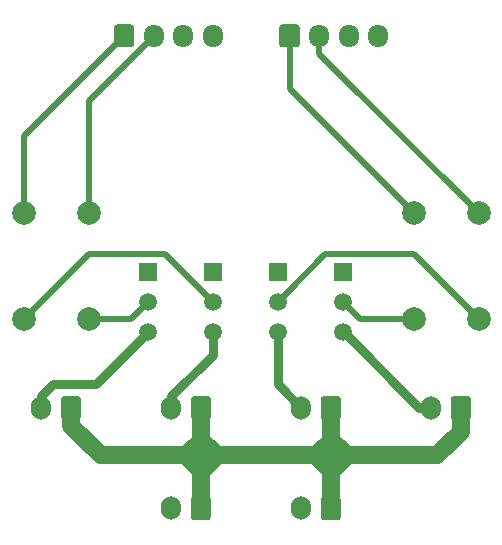
<source format=gbr>
G04 #@! TF.GenerationSoftware,KiCad,Pcbnew,(5.1.7)-1*
G04 #@! TF.CreationDate,2020-12-19T16:20:35+02:00*
G04 #@! TF.ProjectId,4_switch_array,345f7377-6974-4636-985f-61727261792e,rev?*
G04 #@! TF.SameCoordinates,Original*
G04 #@! TF.FileFunction,Copper,L1,Top*
G04 #@! TF.FilePolarity,Positive*
%FSLAX46Y46*%
G04 Gerber Fmt 4.6, Leading zero omitted, Abs format (unit mm)*
G04 Created by KiCad (PCBNEW (5.1.7)-1) date 2020-12-19 16:20:35*
%MOMM*%
%LPD*%
G01*
G04 APERTURE LIST*
G04 #@! TA.AperFunction,ComponentPad*
%ADD10O,1.700000X2.000000*%
G04 #@! TD*
G04 #@! TA.AperFunction,ComponentPad*
%ADD11C,2.000000*%
G04 #@! TD*
G04 #@! TA.AperFunction,ComponentPad*
%ADD12C,1.500000*%
G04 #@! TD*
G04 #@! TA.AperFunction,ComponentPad*
%ADD13R,1.500000X1.500000*%
G04 #@! TD*
G04 #@! TA.AperFunction,ComponentPad*
%ADD14O,1.700000X1.950000*%
G04 #@! TD*
G04 #@! TA.AperFunction,Conductor*
%ADD15C,0.500000*%
G04 #@! TD*
G04 #@! TA.AperFunction,Conductor*
%ADD16C,0.750000*%
G04 #@! TD*
G04 #@! TA.AperFunction,Conductor*
%ADD17C,1.250000*%
G04 #@! TD*
G04 #@! TA.AperFunction,Conductor*
%ADD18C,1.500000*%
G04 #@! TD*
G04 APERTURE END LIST*
D10*
X151000000Y-78000000D03*
G04 #@! TA.AperFunction,ComponentPad*
G36*
G01*
X154350000Y-77250000D02*
X154350000Y-78750000D01*
G75*
G02*
X154100000Y-79000000I-250000J0D01*
G01*
X152900000Y-79000000D01*
G75*
G02*
X152650000Y-78750000I0J250000D01*
G01*
X152650000Y-77250000D01*
G75*
G02*
X152900000Y-77000000I250000J0D01*
G01*
X154100000Y-77000000D01*
G75*
G02*
X154350000Y-77250000I0J-250000D01*
G01*
G37*
G04 #@! TD.AperFunction*
G04 #@! TA.AperFunction,ComponentPad*
G36*
G01*
X165350000Y-68750000D02*
X165350000Y-70250000D01*
G75*
G02*
X165100000Y-70500000I-250000J0D01*
G01*
X163900000Y-70500000D01*
G75*
G02*
X163650000Y-70250000I0J250000D01*
G01*
X163650000Y-68750000D01*
G75*
G02*
X163900000Y-68500000I250000J0D01*
G01*
X165100000Y-68500000D01*
G75*
G02*
X165350000Y-68750000I0J-250000D01*
G01*
G37*
G04 #@! TD.AperFunction*
X162000000Y-69500000D03*
D11*
X127500000Y-53000000D03*
X127500000Y-62000000D03*
X160500000Y-53000000D03*
X160500000Y-62000000D03*
X133000000Y-53000000D03*
X133000000Y-62000000D03*
X166000000Y-53000000D03*
X166000000Y-62000000D03*
D12*
X143500000Y-60540000D03*
X143500000Y-63080000D03*
D13*
X143500000Y-58000000D03*
D12*
X154500000Y-60540000D03*
X154500000Y-63080000D03*
D13*
X154500000Y-58000000D03*
D12*
X138000000Y-60540000D03*
X138000000Y-63080000D03*
D13*
X138000000Y-58000000D03*
D12*
X149000000Y-60540000D03*
X149000000Y-63080000D03*
D13*
X149000000Y-58000000D03*
D10*
X140000000Y-78000000D03*
G04 #@! TA.AperFunction,ComponentPad*
G36*
G01*
X143350000Y-77250000D02*
X143350000Y-78750000D01*
G75*
G02*
X143100000Y-79000000I-250000J0D01*
G01*
X141900000Y-79000000D01*
G75*
G02*
X141650000Y-78750000I0J250000D01*
G01*
X141650000Y-77250000D01*
G75*
G02*
X141900000Y-77000000I250000J0D01*
G01*
X143100000Y-77000000D01*
G75*
G02*
X143350000Y-77250000I0J-250000D01*
G01*
G37*
G04 #@! TD.AperFunction*
G04 #@! TA.AperFunction,ComponentPad*
G36*
G01*
X143350000Y-68750000D02*
X143350000Y-70250000D01*
G75*
G02*
X143100000Y-70500000I-250000J0D01*
G01*
X141900000Y-70500000D01*
G75*
G02*
X141650000Y-70250000I0J250000D01*
G01*
X141650000Y-68750000D01*
G75*
G02*
X141900000Y-68500000I250000J0D01*
G01*
X143100000Y-68500000D01*
G75*
G02*
X143350000Y-68750000I0J-250000D01*
G01*
G37*
G04 #@! TD.AperFunction*
X140000000Y-69500000D03*
G04 #@! TA.AperFunction,ComponentPad*
G36*
G01*
X154350000Y-68750000D02*
X154350000Y-70250000D01*
G75*
G02*
X154100000Y-70500000I-250000J0D01*
G01*
X152900000Y-70500000D01*
G75*
G02*
X152650000Y-70250000I0J250000D01*
G01*
X152650000Y-68750000D01*
G75*
G02*
X152900000Y-68500000I250000J0D01*
G01*
X154100000Y-68500000D01*
G75*
G02*
X154350000Y-68750000I0J-250000D01*
G01*
G37*
G04 #@! TD.AperFunction*
X151000000Y-69500000D03*
G04 #@! TA.AperFunction,ComponentPad*
G36*
G01*
X132350000Y-68750000D02*
X132350000Y-70250000D01*
G75*
G02*
X132100000Y-70500000I-250000J0D01*
G01*
X130900000Y-70500000D01*
G75*
G02*
X130650000Y-70250000I0J250000D01*
G01*
X130650000Y-68750000D01*
G75*
G02*
X130900000Y-68500000I250000J0D01*
G01*
X132100000Y-68500000D01*
G75*
G02*
X132350000Y-68750000I0J-250000D01*
G01*
G37*
G04 #@! TD.AperFunction*
X129000000Y-69500000D03*
D14*
X157500000Y-38000000D03*
X155000000Y-38000000D03*
X152500000Y-38000000D03*
G04 #@! TA.AperFunction,ComponentPad*
G36*
G01*
X149150000Y-38725000D02*
X149150000Y-37275000D01*
G75*
G02*
X149400000Y-37025000I250000J0D01*
G01*
X150600000Y-37025000D01*
G75*
G02*
X150850000Y-37275000I0J-250000D01*
G01*
X150850000Y-38725000D01*
G75*
G02*
X150600000Y-38975000I-250000J0D01*
G01*
X149400000Y-38975000D01*
G75*
G02*
X149150000Y-38725000I0J250000D01*
G01*
G37*
G04 #@! TD.AperFunction*
X143500000Y-38000000D03*
X141000000Y-38000000D03*
X138500000Y-38000000D03*
G04 #@! TA.AperFunction,ComponentPad*
G36*
G01*
X135150000Y-38725000D02*
X135150000Y-37275000D01*
G75*
G02*
X135400000Y-37025000I250000J0D01*
G01*
X136600000Y-37025000D01*
G75*
G02*
X136850000Y-37275000I0J-250000D01*
G01*
X136850000Y-38725000D01*
G75*
G02*
X136600000Y-38975000I-250000J0D01*
G01*
X135400000Y-38975000D01*
G75*
G02*
X135150000Y-38725000I0J250000D01*
G01*
G37*
G04 #@! TD.AperFunction*
D15*
X136540000Y-62000000D02*
X138000000Y-60540000D01*
X133000000Y-62000000D02*
X136540000Y-62000000D01*
X139460000Y-56500000D02*
X143500000Y-60540000D01*
X133000000Y-56500000D02*
X139460000Y-56500000D01*
X127500000Y-62000000D02*
X133000000Y-56500000D01*
X149749999Y-59790001D02*
X149000000Y-60540000D01*
X153040000Y-56500000D02*
X149749999Y-59790001D01*
X166000000Y-62000000D02*
X160500000Y-56500000D01*
X160500000Y-56500000D02*
X153040000Y-56500000D01*
X155960000Y-62000000D02*
X160500000Y-62000000D01*
X154500000Y-60540000D02*
X155960000Y-62000000D01*
D16*
X129000000Y-68500000D02*
X129000000Y-69500000D01*
X130000000Y-67500000D02*
X129000000Y-68500000D01*
X138000000Y-63080000D02*
X133580000Y-67500000D01*
X133580000Y-67500000D02*
X130000000Y-67500000D01*
D17*
X152000000Y-73500000D02*
X153500000Y-75000000D01*
X155000000Y-73500000D02*
X153500000Y-75000000D01*
X141000000Y-73500000D02*
X142500000Y-75000000D01*
X144000000Y-73500000D02*
X142500000Y-75000000D01*
D18*
X153500000Y-78000000D02*
X153500000Y-73500000D01*
D17*
X155000000Y-73500000D02*
X153500000Y-72000000D01*
X152000000Y-73500000D02*
X153500000Y-72000000D01*
X144000000Y-73500000D02*
X142500000Y-72000000D01*
D18*
X153500000Y-73500000D02*
X153500000Y-69500000D01*
X142500000Y-69500000D02*
X142500000Y-73500000D01*
X164500000Y-71500000D02*
X164500000Y-69500000D01*
X162500000Y-73500000D02*
X164500000Y-71500000D01*
X148000000Y-73500000D02*
X162500000Y-73500000D01*
X131500000Y-71000000D02*
X131500000Y-69500000D01*
X134000000Y-73500000D02*
X131500000Y-71000000D01*
X148000000Y-73500000D02*
X134000000Y-73500000D01*
D17*
X141000000Y-73500000D02*
X142500000Y-72000000D01*
D18*
X142500000Y-78000000D02*
X142500000Y-73500000D01*
D16*
X140000000Y-68500000D02*
X140000000Y-69500000D01*
X143500000Y-65000000D02*
X140000000Y-68500000D01*
X143500000Y-63080000D02*
X143500000Y-65000000D01*
X149000000Y-67500000D02*
X151000000Y-69500000D01*
X149000000Y-63080000D02*
X149000000Y-67500000D01*
X161000000Y-69500000D02*
X162000000Y-69500000D01*
X154500000Y-63080000D02*
X154580000Y-63080000D01*
X154580000Y-63080000D02*
X161000000Y-69500000D01*
D15*
X127500000Y-52000000D02*
X127500000Y-53000000D01*
X127500000Y-46500000D02*
X127500000Y-52000000D01*
X136000000Y-38000000D02*
X127500000Y-46500000D01*
X150000000Y-42500000D02*
X160500000Y-53000000D01*
X150000000Y-38000000D02*
X150000000Y-42500000D01*
X152500000Y-39500000D02*
X166000000Y-53000000D01*
X152500000Y-38000000D02*
X152500000Y-39500000D01*
X133000000Y-43500000D02*
X133000000Y-53000000D01*
X138500000Y-38000000D02*
X133000000Y-43500000D01*
M02*

</source>
